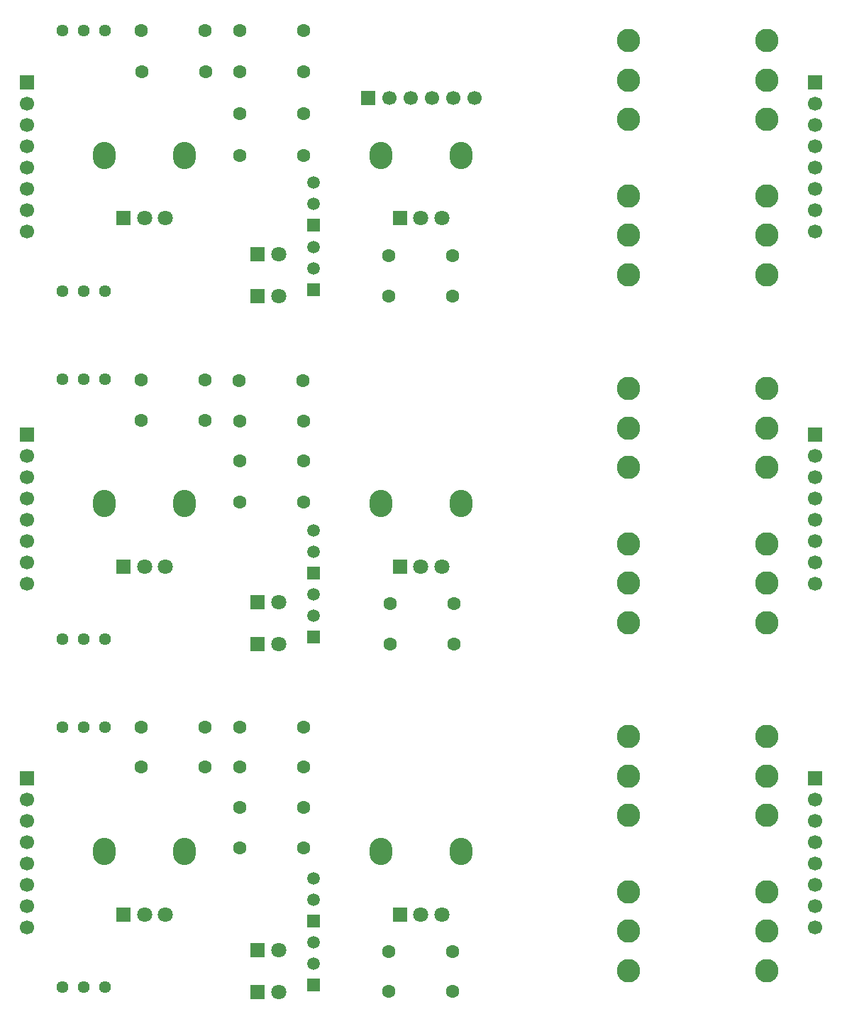
<source format=gbs>
%TF.GenerationSoftware,KiCad,Pcbnew,9.0.7*%
%TF.CreationDate,2026-02-21T19:23:01+01:00*%
%TF.ProjectId,DMH_VCLFO_v2_PCB_Controls,444d485f-5643-44c4-964f-5f76325f5043,1*%
%TF.SameCoordinates,Original*%
%TF.FileFunction,Soldermask,Bot*%
%TF.FilePolarity,Negative*%
%FSLAX46Y46*%
G04 Gerber Fmt 4.6, Leading zero omitted, Abs format (unit mm)*
G04 Created by KiCad (PCBNEW 9.0.7) date 2026-02-21 19:23:01*
%MOMM*%
%LPD*%
G01*
G04 APERTURE LIST*
%ADD10C,1.600000*%
%ADD11C,2.800000*%
%ADD12R,1.800000X1.800000*%
%ADD13C,1.800000*%
%ADD14R,1.500000X1.500000*%
%ADD15C,1.500000*%
%ADD16O,2.720000X3.240000*%
%ADD17C,1.440000*%
%ADD18R,1.700000X1.700000*%
%ADD19C,1.700000*%
G04 APERTURE END LIST*
D10*
%TO.C,R28*%
X96290000Y-119000000D03*
X103910000Y-119000000D03*
%TD*%
%TO.C,R9*%
X66590000Y-45900000D03*
X74210000Y-45900000D03*
%TD*%
D11*
%TO.C,SW2*%
X124750000Y-56450000D03*
X124750000Y-51750000D03*
X124750000Y-47050000D03*
%TD*%
D12*
%TO.C,D3*%
X80480000Y-114000000D03*
D13*
X83020000Y-114000000D03*
%TD*%
D10*
%TO.C,R49*%
X78390000Y-133700000D03*
X86010000Y-133700000D03*
%TD*%
%TO.C,R32*%
X78390000Y-92400000D03*
X86010000Y-92400000D03*
%TD*%
%TO.C,R29*%
X66590000Y-92300000D03*
X74210000Y-92300000D03*
%TD*%
%TO.C,R16*%
X78390000Y-45900000D03*
X86010000Y-45900000D03*
%TD*%
D12*
%TO.C,D1*%
X80480000Y-72500000D03*
D13*
X83020000Y-72500000D03*
%TD*%
D12*
%TO.C,D5*%
X80480000Y-155500000D03*
D13*
X83020000Y-155500000D03*
%TD*%
D11*
%TO.C,SW10*%
X124750000Y-139450000D03*
X124750000Y-134750000D03*
X124750000Y-130050000D03*
%TD*%
D14*
%TO.C,Q5*%
X87200000Y-151990000D03*
D15*
X87200000Y-149450000D03*
X87200000Y-146910000D03*
%TD*%
D10*
%TO.C,R31*%
X78390000Y-97200000D03*
X86010000Y-97200000D03*
%TD*%
%TO.C,R15*%
X78390000Y-50800000D03*
X86010000Y-50800000D03*
%TD*%
%TO.C,R13*%
X78390000Y-60800000D03*
X86010000Y-60800000D03*
%TD*%
D12*
%TO.C,D4*%
X80480000Y-119000000D03*
D13*
X83020000Y-119000000D03*
%TD*%
D16*
%TO.C,RV2*%
X95200000Y-60750000D03*
X104800000Y-60750000D03*
D12*
X97500000Y-68250000D03*
D13*
X100000000Y-68250000D03*
X102500000Y-68250000D03*
%TD*%
D11*
%TO.C,SW8*%
X141250000Y-116450000D03*
X141250000Y-111750000D03*
X141250000Y-107050000D03*
%TD*%
D17*
%TO.C,RV3*%
X57200000Y-45900000D03*
X59740000Y-45900000D03*
X62280000Y-45900000D03*
%TD*%
D16*
%TO.C,RV9*%
X62200000Y-143750000D03*
X71800000Y-143750000D03*
D12*
X64500000Y-151250000D03*
D13*
X67000000Y-151250000D03*
X69500000Y-151250000D03*
%TD*%
D16*
%TO.C,RV6*%
X95200000Y-102250000D03*
X104800000Y-102250000D03*
D12*
X97500000Y-109750000D03*
D13*
X100000000Y-109750000D03*
X102500000Y-109750000D03*
%TD*%
D10*
%TO.C,R48*%
X78390000Y-138500000D03*
X86010000Y-138500000D03*
%TD*%
%TO.C,R46*%
X66590000Y-133700000D03*
X74210000Y-133700000D03*
%TD*%
D11*
%TO.C,SW5*%
X124750000Y-116450000D03*
X124750000Y-111750000D03*
X124750000Y-107050000D03*
%TD*%
D12*
%TO.C,D6*%
X80480000Y-160500000D03*
D13*
X83020000Y-160500000D03*
%TD*%
D11*
%TO.C,SW4*%
X141250000Y-74950000D03*
X141250000Y-70250000D03*
X141250000Y-65550000D03*
%TD*%
%TO.C,SW12*%
X141250000Y-157950000D03*
X141250000Y-153250000D03*
X141250000Y-148550000D03*
%TD*%
D10*
%TO.C,R33*%
X78290000Y-87600000D03*
X85910000Y-87600000D03*
%TD*%
D12*
%TO.C,D2*%
X80480000Y-77500000D03*
D13*
X83020000Y-77500000D03*
%TD*%
D11*
%TO.C,SW9*%
X124750000Y-157950000D03*
X124750000Y-153250000D03*
X124750000Y-148550000D03*
%TD*%
%TO.C,SW7*%
X141250000Y-97950000D03*
X141250000Y-93250000D03*
X141250000Y-88550000D03*
%TD*%
D10*
%TO.C,R26*%
X66590000Y-87500000D03*
X74210000Y-87500000D03*
%TD*%
D17*
%TO.C,RV7*%
X57200000Y-87400000D03*
X59740000Y-87400000D03*
X62280000Y-87400000D03*
%TD*%
%TO.C,RV4*%
X57200000Y-76900000D03*
X59740000Y-76900000D03*
X62280000Y-76900000D03*
%TD*%
D10*
%TO.C,R50*%
X78390000Y-128900000D03*
X86010000Y-128900000D03*
%TD*%
D11*
%TO.C,SW11*%
X141250000Y-139450000D03*
X141250000Y-134750000D03*
X141250000Y-130050000D03*
%TD*%
D14*
%TO.C,Q3*%
X87200000Y-110550000D03*
D15*
X87200000Y-108010000D03*
X87200000Y-105470000D03*
%TD*%
D14*
%TO.C,Q6*%
X87200000Y-159690000D03*
D15*
X87200000Y-157150000D03*
X87200000Y-154610000D03*
%TD*%
D10*
%TO.C,R12*%
X66690000Y-50800000D03*
X74310000Y-50800000D03*
%TD*%
D17*
%TO.C,RV12*%
X57200000Y-159900000D03*
X59740000Y-159900000D03*
X62280000Y-159900000D03*
%TD*%
D14*
%TO.C,Q2*%
X87200000Y-76750000D03*
D15*
X87200000Y-74210000D03*
X87200000Y-71670000D03*
%TD*%
D10*
%TO.C,R47*%
X78390000Y-143300000D03*
X86010000Y-143300000D03*
%TD*%
D17*
%TO.C,RV8*%
X57200000Y-118400000D03*
X59740000Y-118400000D03*
X62280000Y-118400000D03*
%TD*%
D10*
%TO.C,R14*%
X78390000Y-55800000D03*
X86010000Y-55800000D03*
%TD*%
%TO.C,R45*%
X96190000Y-160400000D03*
X103810000Y-160400000D03*
%TD*%
D16*
%TO.C,RV10*%
X95200000Y-143750000D03*
X104800000Y-143750000D03*
D12*
X97500000Y-151250000D03*
D13*
X100000000Y-151250000D03*
X102500000Y-151250000D03*
%TD*%
D14*
%TO.C,Q1*%
X87200000Y-69050000D03*
D15*
X87200000Y-66510000D03*
X87200000Y-63970000D03*
%TD*%
D10*
%TO.C,R24*%
X96290000Y-114200000D03*
X103910000Y-114200000D03*
%TD*%
%TO.C,R43*%
X66590000Y-128900000D03*
X74210000Y-128900000D03*
%TD*%
%TO.C,R30*%
X78390000Y-102100000D03*
X86010000Y-102100000D03*
%TD*%
D11*
%TO.C,SW3*%
X141250000Y-56450000D03*
X141250000Y-51750000D03*
X141250000Y-47050000D03*
%TD*%
D16*
%TO.C,RV1*%
X62200000Y-60750000D03*
X71800000Y-60750000D03*
D12*
X64500000Y-68250000D03*
D13*
X67000000Y-68250000D03*
X69500000Y-68250000D03*
%TD*%
D17*
%TO.C,RV11*%
X57200000Y-128900000D03*
X59740000Y-128900000D03*
X62280000Y-128900000D03*
%TD*%
D10*
%TO.C,R11*%
X96190000Y-77500000D03*
X103810000Y-77500000D03*
%TD*%
%TO.C,R41*%
X96190000Y-155700000D03*
X103810000Y-155700000D03*
%TD*%
D14*
%TO.C,Q4*%
X87200000Y-118190000D03*
D15*
X87200000Y-115650000D03*
X87200000Y-113110000D03*
%TD*%
D11*
%TO.C,SW1*%
X124750000Y-74950000D03*
X124750000Y-70250000D03*
X124750000Y-65550000D03*
%TD*%
%TO.C,SW6*%
X124750000Y-97950000D03*
X124750000Y-93250000D03*
X124750000Y-88550000D03*
%TD*%
D10*
%TO.C,R7*%
X96190000Y-72700000D03*
X103810000Y-72700000D03*
%TD*%
D16*
%TO.C,RV5*%
X62200000Y-102250000D03*
X71800000Y-102250000D03*
D12*
X64500000Y-109750000D03*
D13*
X67000000Y-109750000D03*
X69500000Y-109750000D03*
%TD*%
D18*
%TO.C,J19*%
X53000000Y-52000000D03*
D19*
X53000000Y-54540000D03*
X53000000Y-57080000D03*
X53000000Y-59620000D03*
X53000000Y-62160000D03*
X53000000Y-64700000D03*
X53000000Y-67240000D03*
X53000000Y-69780000D03*
%TD*%
D18*
%TO.C,J29*%
X53000000Y-135000000D03*
D19*
X53000000Y-137540000D03*
X53000000Y-140080000D03*
X53000000Y-142620000D03*
X53000000Y-145160000D03*
X53000000Y-147700000D03*
X53000000Y-150240000D03*
X53000000Y-152780000D03*
%TD*%
D18*
%TO.C,J24*%
X53000000Y-94000000D03*
D19*
X53000000Y-96540000D03*
X53000000Y-99080000D03*
X53000000Y-101620000D03*
X53000000Y-104160000D03*
X53000000Y-106700000D03*
X53000000Y-109240000D03*
X53000000Y-111780000D03*
%TD*%
D18*
%TO.C,J54*%
X93675000Y-53925000D03*
D19*
X96215000Y-53925000D03*
X98755000Y-53925000D03*
X101295000Y-53925000D03*
X103835000Y-53925000D03*
X106375000Y-53925000D03*
%TD*%
D18*
%TO.C,J20*%
X147000000Y-52000000D03*
D19*
X147000000Y-54540000D03*
X147000000Y-57080000D03*
X147000000Y-59620000D03*
X147000000Y-62160000D03*
X147000000Y-64700000D03*
X147000000Y-67240000D03*
X147000000Y-69780000D03*
%TD*%
D18*
%TO.C,J25*%
X147000000Y-94000000D03*
D19*
X147000000Y-96540000D03*
X147000000Y-99080000D03*
X147000000Y-101620000D03*
X147000000Y-104160000D03*
X147000000Y-106700000D03*
X147000000Y-109240000D03*
X147000000Y-111780000D03*
%TD*%
D18*
%TO.C,J30*%
X147000000Y-135000000D03*
D19*
X147000000Y-137540000D03*
X147000000Y-140080000D03*
X147000000Y-142620000D03*
X147000000Y-145160000D03*
X147000000Y-147700000D03*
X147000000Y-150240000D03*
X147000000Y-152780000D03*
%TD*%
M02*

</source>
